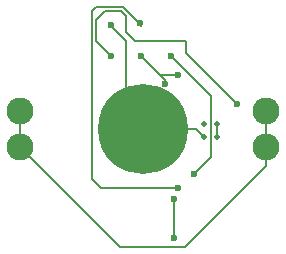
<source format=gtl>
G04 Layer_Physical_Order=1*
G04 Layer_Color=25308*
%FSLAX24Y24*%
%MOIN*%
G70*
G01*
G75*
%ADD10C,0.3000*%
%ADD11C,0.0063*%
%ADD12C,0.0900*%
%ADD13C,0.0236*%
%ADD14C,0.0197*%
D10*
X23622Y23622D02*
D03*
D11*
X22935Y27697D02*
X23543Y27088D01*
Y26075D02*
X24183Y25435D01*
X23040Y24640D02*
X23622D01*
X22543Y27075D02*
X23040Y26578D01*
X27722Y22402D02*
Y23022D01*
X25020Y19700D02*
X27722Y22402D01*
X22844Y19700D02*
X25020D01*
X19522Y23022D02*
X22844Y19700D01*
X24650Y20000D02*
Y21300D01*
X27722Y23022D02*
Y24222D01*
X19522Y23022D02*
Y24222D01*
X25394Y23622D02*
X25650Y23366D01*
X23622Y23622D02*
X25394D01*
X23040Y24640D02*
Y26578D01*
X23622Y23622D02*
Y24640D01*
X26083Y23366D02*
Y23799D01*
X24183Y25435D02*
X24781D01*
X24543Y26075D02*
X25870Y24748D01*
Y22710D02*
Y24748D01*
X25310Y22150D02*
X25870Y22710D01*
X22051Y26567D02*
X22543Y26075D01*
X22051Y26567D02*
Y27279D01*
X22339Y27567D01*
X22873D01*
X23051Y27389D01*
Y26871D02*
Y27389D01*
Y26871D02*
X23352Y26570D01*
X25030D01*
X25040Y26560D01*
Y26160D02*
Y26560D01*
Y26160D02*
X26730Y24470D01*
X23543Y27075D02*
Y27088D01*
X22040Y27697D02*
X22935D01*
X21920Y27577D02*
X22040Y27697D01*
X21920Y21975D02*
Y27577D01*
Y21975D02*
X22225Y21670D01*
X24790D01*
X24345Y25148D02*
Y25273D01*
X24183Y25435D02*
X24345Y25273D01*
D12*
X27722Y24222D02*
D03*
Y23022D02*
D03*
X19522D02*
D03*
Y24222D02*
D03*
D13*
X24650Y21300D02*
D03*
Y20000D02*
D03*
X24543Y26075D02*
D03*
X23543Y26063D02*
D03*
X22559Y27087D02*
D03*
Y26063D02*
D03*
X23504Y27165D02*
D03*
X24781Y25435D02*
D03*
X25310Y22150D02*
D03*
X26730Y24470D02*
D03*
X24790Y21670D02*
D03*
X24345Y25148D02*
D03*
D14*
X26083Y23799D02*
D03*
X25650D02*
D03*
X26083Y23366D02*
D03*
X25650D02*
D03*
M02*

</source>
